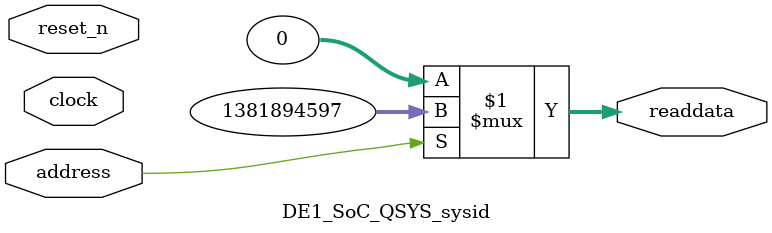
<source format=v>

`timescale 1ns / 1ps
// synthesis translate_on

// turn off superfluous verilog processor warnings 
// altera message_level Level1 
// altera message_off 10034 10035 10036 10037 10230 10240 10030 

module DE1_SoC_QSYS_sysid (
               // inputs:
                address,
                clock,
                reset_n,

               // outputs:
                readdata
             )
;

  output  [ 31: 0] readdata;
  input            address;
  input            clock;
  input            reset_n;

  wire    [ 31: 0] readdata;
  //control_slave, which is an e_avalon_slave
  assign readdata = address ? 1381894597 : 0;

endmodule




</source>
